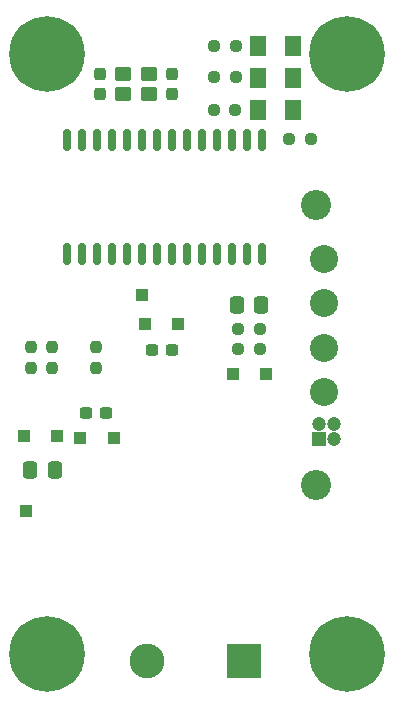
<source format=gts>
G04 #@! TF.GenerationSoftware,KiCad,Pcbnew,9.0.7*
G04 #@! TF.CreationDate,2026-01-26T16:17:32-05:00*
G04 #@! TF.ProjectId,rocket_power_board,726f636b-6574-45f7-906f-7765725f626f,rev?*
G04 #@! TF.SameCoordinates,Original*
G04 #@! TF.FileFunction,Soldermask,Top*
G04 #@! TF.FilePolarity,Negative*
%FSLAX46Y46*%
G04 Gerber Fmt 4.6, Leading zero omitted, Abs format (unit mm)*
G04 Created by KiCad (PCBNEW 9.0.7) date 2026-01-26 16:17:32*
%MOMM*%
%LPD*%
G01*
G04 APERTURE LIST*
G04 Aperture macros list*
%AMRoundRect*
0 Rectangle with rounded corners*
0 $1 Rounding radius*
0 $2 $3 $4 $5 $6 $7 $8 $9 X,Y pos of 4 corners*
0 Add a 4 corners polygon primitive as box body*
4,1,4,$2,$3,$4,$5,$6,$7,$8,$9,$2,$3,0*
0 Add four circle primitives for the rounded corners*
1,1,$1+$1,$2,$3*
1,1,$1+$1,$4,$5*
1,1,$1+$1,$6,$7*
1,1,$1+$1,$8,$9*
0 Add four rect primitives between the rounded corners*
20,1,$1+$1,$2,$3,$4,$5,0*
20,1,$1+$1,$4,$5,$6,$7,0*
20,1,$1+$1,$6,$7,$8,$9,0*
20,1,$1+$1,$8,$9,$2,$3,0*%
G04 Aperture macros list end*
%ADD10C,2.379000*%
%ADD11C,1.204000*%
%ADD12RoundRect,0.102000X0.500000X-0.500000X0.500000X0.500000X-0.500000X0.500000X-0.500000X-0.500000X0*%
%ADD13C,2.550000*%
%ADD14RoundRect,0.250000X-0.300000X-0.300000X0.300000X-0.300000X0.300000X0.300000X-0.300000X0.300000X0*%
%ADD15RoundRect,0.150000X-0.150000X0.750000X-0.150000X-0.750000X0.150000X-0.750000X0.150000X0.750000X0*%
%ADD16RoundRect,0.102000X1.371600X1.371600X-1.371600X1.371600X-1.371600X-1.371600X1.371600X-1.371600X0*%
%ADD17C,2.947200*%
%ADD18RoundRect,0.237500X-0.237500X0.250000X-0.237500X-0.250000X0.237500X-0.250000X0.237500X0.250000X0*%
%ADD19RoundRect,0.237500X-0.237500X0.300000X-0.237500X-0.300000X0.237500X-0.300000X0.237500X0.300000X0*%
%ADD20C,0.800000*%
%ADD21C,6.400000*%
%ADD22RoundRect,0.250000X-0.450000X-0.350000X0.450000X-0.350000X0.450000X0.350000X-0.450000X0.350000X0*%
%ADD23RoundRect,0.237500X0.237500X-0.300000X0.237500X0.300000X-0.237500X0.300000X-0.237500X-0.300000X0*%
%ADD24RoundRect,0.237500X0.250000X0.237500X-0.250000X0.237500X-0.250000X-0.237500X0.250000X-0.237500X0*%
%ADD25RoundRect,0.250000X0.300000X0.300000X-0.300000X0.300000X-0.300000X-0.300000X0.300000X-0.300000X0*%
%ADD26RoundRect,0.237500X0.300000X0.237500X-0.300000X0.237500X-0.300000X-0.237500X0.300000X-0.237500X0*%
%ADD27RoundRect,0.250000X-0.337500X-0.475000X0.337500X-0.475000X0.337500X0.475000X-0.337500X0.475000X0*%
%ADD28RoundRect,0.250001X-0.462499X-0.624999X0.462499X-0.624999X0.462499X0.624999X-0.462499X0.624999X0*%
%ADD29RoundRect,0.237500X0.237500X-0.250000X0.237500X0.250000X-0.237500X0.250000X-0.237500X-0.250000X0*%
%ADD30R,1.000000X1.000000*%
G04 APERTURE END LIST*
D10*
G04 #@! TO.C,J2*
X226612200Y-68137600D03*
X226612201Y-71887600D03*
X226612200Y-75637600D03*
X226612201Y-79387600D03*
D11*
X227442200Y-82087600D03*
X227442200Y-83337600D03*
X226192200Y-82087600D03*
D12*
X226192200Y-83337600D03*
D13*
X225992200Y-63587600D03*
X225992200Y-87237600D03*
G04 #@! TD*
D14*
G04 #@! TO.C,D8*
X204041200Y-83108800D03*
X201241200Y-83108800D03*
G04 #@! TD*
D15*
G04 #@! TO.C,U2*
X221361000Y-58090400D03*
X220091000Y-58090400D03*
X218821000Y-58090400D03*
X217551000Y-58090400D03*
X216281000Y-58090400D03*
X215011000Y-58090400D03*
X213741000Y-58090400D03*
X212471000Y-58090400D03*
X211201000Y-58090400D03*
X209931000Y-58090400D03*
X208661000Y-58090400D03*
X207391000Y-58090400D03*
X206121000Y-58090400D03*
X204851000Y-58090400D03*
X204851000Y-67690400D03*
X206121000Y-67690400D03*
X207391000Y-67690400D03*
X208661000Y-67690400D03*
X209931000Y-67690400D03*
X211201000Y-67690400D03*
X212471000Y-67690400D03*
X213741000Y-67690400D03*
X215011000Y-67690400D03*
X216281000Y-67690400D03*
X217551000Y-67690400D03*
X218821000Y-67690400D03*
X220091000Y-67690400D03*
X221361000Y-67690400D03*
G04 #@! TD*
D16*
G04 #@! TO.C,J3*
X219900500Y-102187899D03*
D17*
X211645501Y-102187899D03*
G04 #@! TD*
D18*
G04 #@! TO.C,R24*
X203606400Y-75541500D03*
X203606400Y-77366500D03*
G04 #@! TD*
D19*
G04 #@! TO.C,C4*
X207645000Y-52452099D03*
X207645000Y-54177101D03*
G04 #@! TD*
D20*
G04 #@! TO.C,H1*
X200800000Y-50800000D03*
X201502944Y-49102944D03*
X201502944Y-52497056D03*
X203200000Y-48400000D03*
D21*
X203200000Y-50800000D03*
D20*
X203200000Y-53200000D03*
X204897056Y-49102944D03*
X204897056Y-52497056D03*
X205600000Y-50800000D03*
G04 #@! TD*
D22*
G04 #@! TO.C,Y1*
X209593000Y-54164600D03*
X211793000Y-54164600D03*
X211793000Y-52464600D03*
X209593000Y-52464600D03*
G04 #@! TD*
D23*
G04 #@! TO.C,C3*
X213741000Y-54177101D03*
X213741000Y-52452099D03*
G04 #@! TD*
D20*
G04 #@! TO.C,H2*
X226149200Y-50800000D03*
X226852144Y-49102944D03*
X226852144Y-52497056D03*
X228549200Y-48400000D03*
D21*
X228549200Y-50800000D03*
D20*
X228549200Y-53200000D03*
X230246256Y-49102944D03*
X230246256Y-52497056D03*
X230949200Y-50800000D03*
G04 #@! TD*
D24*
G04 #@! TO.C,R18*
X221206700Y-75717400D03*
X219381700Y-75717400D03*
G04 #@! TD*
D25*
G04 #@! TO.C,D6*
X214302800Y-73660000D03*
X211502800Y-73660000D03*
G04 #@! TD*
D26*
G04 #@! TO.C,C15*
X208202700Y-81127600D03*
X206477700Y-81127600D03*
G04 #@! TD*
D27*
G04 #@! TO.C,C12*
X219256700Y-72009000D03*
X221331700Y-72009000D03*
G04 #@! TD*
D28*
G04 #@! TO.C,D2*
X221041900Y-50088800D03*
X224016900Y-50088800D03*
G04 #@! TD*
D18*
G04 #@! TO.C,R22*
X201828400Y-75541500D03*
X201828400Y-77366500D03*
G04 #@! TD*
D26*
G04 #@! TO.C,C5*
X213765300Y-75793600D03*
X212040300Y-75793600D03*
G04 #@! TD*
D24*
G04 #@! TO.C,R8*
X219149300Y-50063400D03*
X217324300Y-50063400D03*
G04 #@! TD*
D25*
G04 #@! TO.C,D5*
X221694200Y-77851000D03*
X218894200Y-77851000D03*
G04 #@! TD*
D24*
G04 #@! TO.C,R11*
X221206700Y-74066400D03*
X219381700Y-74066400D03*
G04 #@! TD*
D29*
G04 #@! TO.C,R33*
X207340200Y-77366500D03*
X207340200Y-75541500D03*
G04 #@! TD*
D28*
G04 #@! TO.C,D3*
X221041900Y-52781200D03*
X224016900Y-52781200D03*
G04 #@! TD*
D20*
G04 #@! TO.C,H4*
X200800000Y-101600000D03*
X201502944Y-99902944D03*
X201502944Y-103297056D03*
X203200000Y-99200000D03*
D21*
X203200000Y-101600000D03*
D20*
X203200000Y-104000000D03*
X204897056Y-99902944D03*
X204897056Y-103297056D03*
X205600000Y-101600000D03*
G04 #@! TD*
D24*
G04 #@! TO.C,R7*
X219123900Y-55499000D03*
X217298900Y-55499000D03*
G04 #@! TD*
D14*
G04 #@! TO.C,D7*
X206016400Y-83261200D03*
X208816400Y-83261200D03*
G04 #@! TD*
D24*
G04 #@! TO.C,R9*
X219149300Y-52755800D03*
X217324300Y-52755800D03*
G04 #@! TD*
D20*
G04 #@! TO.C,H3*
X226200000Y-101600000D03*
X226902944Y-99902944D03*
X226902944Y-103297056D03*
X228600000Y-99200000D03*
D21*
X228600000Y-101600000D03*
D20*
X228600000Y-104000000D03*
X230297056Y-99902944D03*
X230297056Y-103297056D03*
X231000000Y-101600000D03*
G04 #@! TD*
D27*
G04 #@! TO.C,C22*
X201756100Y-86029800D03*
X203831100Y-86029800D03*
G04 #@! TD*
D28*
G04 #@! TO.C,D1*
X221041900Y-55524400D03*
X224016900Y-55524400D03*
G04 #@! TD*
D24*
G04 #@! TO.C,R4*
X225499300Y-57962800D03*
X223674300Y-57962800D03*
G04 #@! TD*
D30*
G04 #@! TO.C,5IL*
X201396600Y-89458800D03*
G04 #@! TD*
G04 #@! TO.C,12IL*
X211226400Y-71196200D03*
G04 #@! TD*
M02*

</source>
